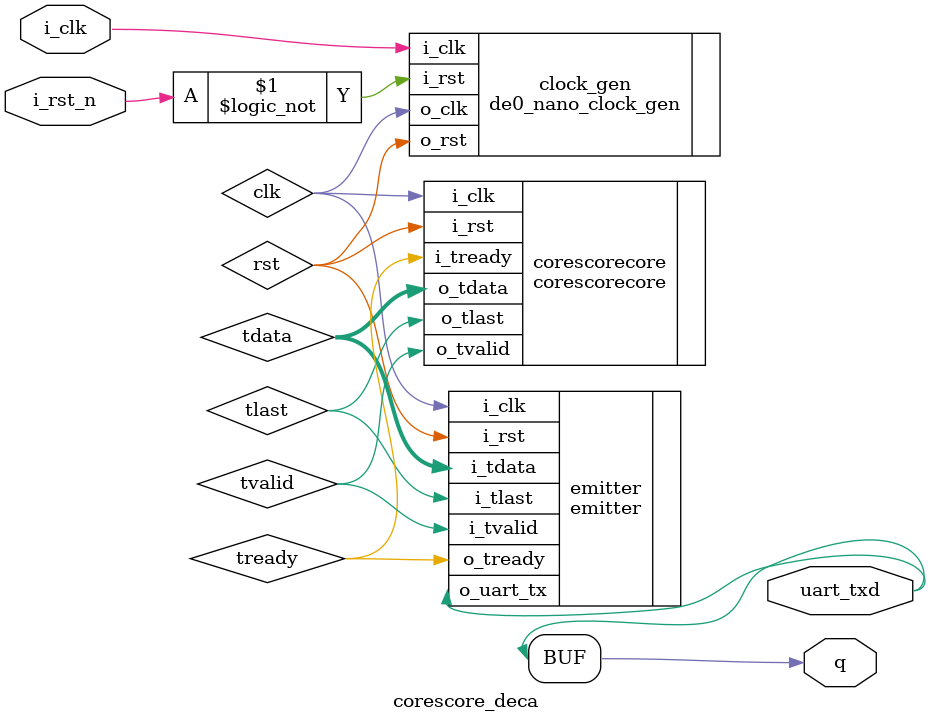
<source format=v>
`default_nettype none
module corescore_deca
(
 input wire  i_clk,
 input wire  i_rst_n,
 output wire q,
 output wire uart_txd);

   wire      clk;
   wire      rst;

   //Mirror UART output to LED
   assign q = uart_txd;

   de0_nano_clock_gen clock_gen
     (.i_clk (i_clk),
      .i_rst (!i_rst_n),
      .o_clk (clk),
      .o_rst (rst));

   parameter memfile_emitter = "emitter.hex";

   wire [7:0]  tdata;
   wire        tlast;
   wire        tvalid;
   wire        tready;

   corescorecore corescorecore
     (.i_clk     (clk),
      .i_rst     (rst),
      .o_tdata   (tdata),
      .o_tlast   (tlast),
      .o_tvalid  (tvalid),
      .i_tready  (tready));

   emitter #(.memfile (memfile_emitter)) emitter
     (.i_clk     (clk),
      .i_rst     (rst),
      .i_tdata   (tdata),
      .i_tlast   (tlast),
      .i_tvalid  (tvalid),
      .o_tready  (tready),
      .o_uart_tx (uart_txd));

endmodule

</source>
